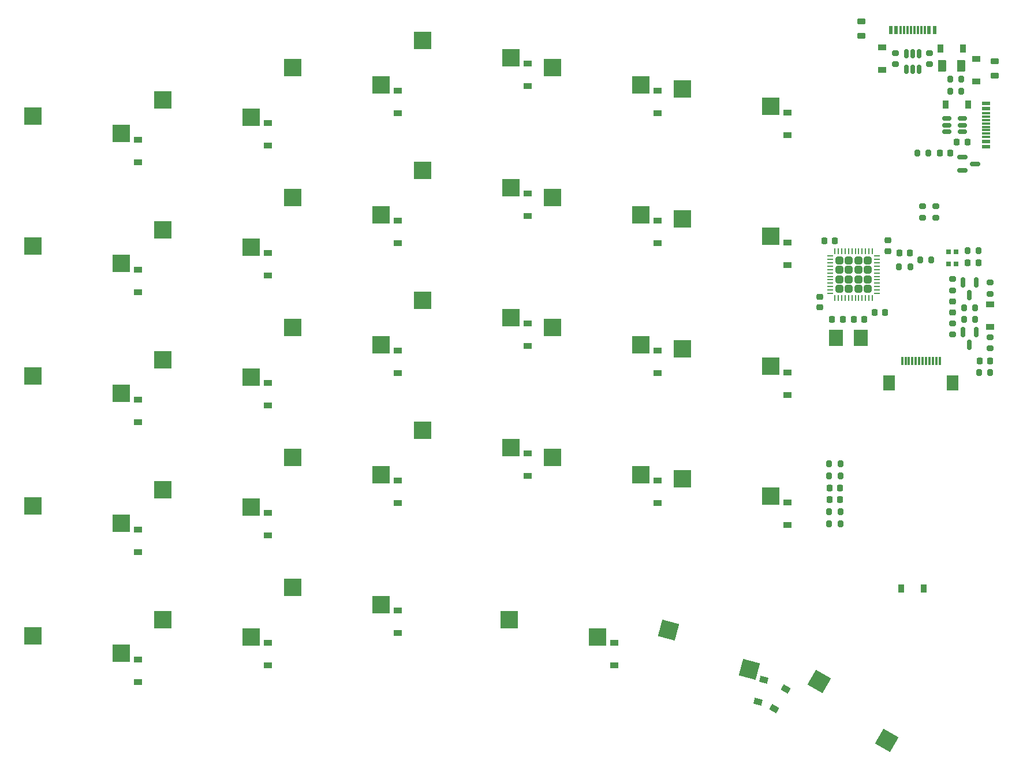
<source format=gbr>
G04 #@! TF.GenerationSoftware,KiCad,Pcbnew,(6.0.2)*
G04 #@! TF.CreationDate,2022-05-21T05:00:10+01:00*
G04 #@! TF.ProjectId,Cantaloupe,43616e74-616c-46f7-9570-652e6b696361,rev?*
G04 #@! TF.SameCoordinates,Original*
G04 #@! TF.FileFunction,Paste,Top*
G04 #@! TF.FilePolarity,Positive*
%FSLAX46Y46*%
G04 Gerber Fmt 4.6, Leading zero omitted, Abs format (unit mm)*
G04 Created by KiCad (PCBNEW (6.0.2)) date 2022-05-21 05:00:10*
%MOMM*%
%LPD*%
G01*
G04 APERTURE LIST*
G04 Aperture macros list*
%AMRoundRect*
0 Rectangle with rounded corners*
0 $1 Rounding radius*
0 $2 $3 $4 $5 $6 $7 $8 $9 X,Y pos of 4 corners*
0 Add a 4 corners polygon primitive as box body*
4,1,4,$2,$3,$4,$5,$6,$7,$8,$9,$2,$3,0*
0 Add four circle primitives for the rounded corners*
1,1,$1+$1,$2,$3*
1,1,$1+$1,$4,$5*
1,1,$1+$1,$6,$7*
1,1,$1+$1,$8,$9*
0 Add four rect primitives between the rounded corners*
20,1,$1+$1,$2,$3,$4,$5,0*
20,1,$1+$1,$4,$5,$6,$7,0*
20,1,$1+$1,$6,$7,$8,$9,0*
20,1,$1+$1,$8,$9,$2,$3,0*%
%AMRotRect*
0 Rectangle, with rotation*
0 The origin of the aperture is its center*
0 $1 length*
0 $2 width*
0 $3 Rotation angle, in degrees counterclockwise*
0 Add horizontal line*
21,1,$1,$2,0,0,$3*%
G04 Aperture macros list end*
%ADD10RoundRect,0.225000X0.225000X0.250000X-0.225000X0.250000X-0.225000X-0.250000X0.225000X-0.250000X0*%
%ADD11RoundRect,0.250000X0.315000X-0.315000X0.315000X0.315000X-0.315000X0.315000X-0.315000X-0.315000X0*%
%ADD12RoundRect,0.062500X0.062500X-0.375000X0.062500X0.375000X-0.062500X0.375000X-0.062500X-0.375000X0*%
%ADD13RoundRect,0.062500X0.375000X-0.062500X0.375000X0.062500X-0.375000X0.062500X-0.375000X-0.062500X0*%
%ADD14R,2.000000X2.400000*%
%ADD15R,1.200000X0.900000*%
%ADD16R,0.900000X1.200000*%
%ADD17RotRect,0.900000X1.200000X60.000000*%
%ADD18RotRect,0.900000X1.200000X75.000000*%
%ADD19RoundRect,0.225000X-0.225000X-0.250000X0.225000X-0.250000X0.225000X0.250000X-0.225000X0.250000X0*%
%ADD20RoundRect,0.225000X-0.250000X0.225000X-0.250000X-0.225000X0.250000X-0.225000X0.250000X0.225000X0*%
%ADD21RotRect,2.550000X2.500000X165.000000*%
%ADD22RotRect,2.550000X2.500000X150.000000*%
%ADD23R,2.550000X2.500000*%
%ADD24RoundRect,0.225000X0.250000X-0.225000X0.250000X0.225000X-0.250000X0.225000X-0.250000X-0.225000X0*%
%ADD25R,0.600000X1.200000*%
%ADD26R,0.300000X1.200000*%
%ADD27R,1.200000X0.600000*%
%ADD28R,1.200000X0.300000*%
%ADD29RoundRect,0.200000X-0.200000X-0.275000X0.200000X-0.275000X0.200000X0.275000X-0.200000X0.275000X0*%
%ADD30RoundRect,0.200000X0.200000X0.275000X-0.200000X0.275000X-0.200000X-0.275000X0.200000X-0.275000X0*%
%ADD31RoundRect,0.150000X-0.512500X-0.150000X0.512500X-0.150000X0.512500X0.150000X-0.512500X0.150000X0*%
%ADD32RoundRect,0.200000X0.275000X-0.200000X0.275000X0.200000X-0.275000X0.200000X-0.275000X-0.200000X0*%
%ADD33RoundRect,0.150000X-0.587500X-0.150000X0.587500X-0.150000X0.587500X0.150000X-0.587500X0.150000X0*%
%ADD34RoundRect,0.200000X-0.275000X0.200000X-0.275000X-0.200000X0.275000X-0.200000X0.275000X0.200000X0*%
%ADD35RoundRect,0.218750X-0.381250X0.218750X-0.381250X-0.218750X0.381250X-0.218750X0.381250X0.218750X0*%
%ADD36RoundRect,0.150000X-0.150000X0.587500X-0.150000X-0.587500X0.150000X-0.587500X0.150000X0.587500X0*%
%ADD37RoundRect,0.150000X-0.150000X0.512500X-0.150000X-0.512500X0.150000X-0.512500X0.150000X0.512500X0*%
%ADD38R,0.700000X0.700000*%
%ADD39RoundRect,0.250000X0.375000X0.625000X-0.375000X0.625000X-0.375000X-0.625000X0.375000X-0.625000X0*%
%ADD40RoundRect,0.218750X0.381250X-0.218750X0.381250X0.218750X-0.381250X0.218750X-0.381250X-0.218750X0*%
%ADD41R,0.300000X1.300000*%
%ADD42R,1.800000X2.200000*%
G04 APERTURE END LIST*
D10*
X143179078Y-62067009D03*
X141629078Y-62067009D03*
D11*
X136438503Y-57267009D03*
X136438503Y-54467009D03*
X137838503Y-54467009D03*
X139238503Y-55867009D03*
X140638503Y-58667009D03*
X139238503Y-57267009D03*
X140638503Y-57267009D03*
X136438503Y-55867009D03*
X140638503Y-55867009D03*
X140638503Y-54467009D03*
X137838503Y-57267009D03*
X137838503Y-58667009D03*
X139238503Y-58667009D03*
X136438503Y-58667009D03*
X137838503Y-55867009D03*
X139238503Y-54467009D03*
D12*
X135788503Y-60004509D03*
X136288503Y-60004509D03*
X136788503Y-60004509D03*
X137288503Y-60004509D03*
X137788503Y-60004509D03*
X138288503Y-60004509D03*
X138788503Y-60004509D03*
X139288503Y-60004509D03*
X139788503Y-60004509D03*
X140288503Y-60004509D03*
X140788503Y-60004509D03*
X141288503Y-60004509D03*
D13*
X141976003Y-59317009D03*
X141976003Y-58817009D03*
X141976003Y-58317009D03*
X141976003Y-57817009D03*
X141976003Y-57317009D03*
X141976003Y-56817009D03*
X141976003Y-56317009D03*
X141976003Y-55817009D03*
X141976003Y-55317009D03*
X141976003Y-54817009D03*
X141976003Y-54317009D03*
X141976003Y-53817009D03*
D12*
X141288503Y-53129509D03*
X140788503Y-53129509D03*
X140288503Y-53129509D03*
X139788503Y-53129509D03*
X139288503Y-53129509D03*
X138788503Y-53129509D03*
X138288503Y-53129509D03*
X137788503Y-53129509D03*
X137288503Y-53129509D03*
X136788503Y-53129509D03*
X136288503Y-53129509D03*
X135788503Y-53129509D03*
D13*
X135101003Y-53817009D03*
X135101003Y-54317009D03*
X135101003Y-54817009D03*
X135101003Y-55317009D03*
X135101003Y-55817009D03*
X135101003Y-56317009D03*
X135101003Y-56817009D03*
X135101003Y-57317009D03*
X135101003Y-57817009D03*
X135101003Y-58317009D03*
X135101003Y-58817009D03*
X135101003Y-59317009D03*
D10*
X140129078Y-63097012D03*
X138579078Y-63097012D03*
D14*
X135904078Y-65847012D03*
X139604078Y-65847012D03*
D15*
X128813518Y-74183999D03*
X128813518Y-70883999D03*
D16*
X145543078Y-102567012D03*
X148843078Y-102567012D03*
D15*
X52613518Y-75771503D03*
X52613518Y-72471503D03*
D17*
X126895380Y-120174444D03*
X128545380Y-117316560D03*
D15*
X103413514Y-113871500D03*
X103413514Y-110571500D03*
X109763519Y-90058992D03*
X109763519Y-86758992D03*
X71663517Y-90059002D03*
X71663517Y-86759002D03*
X52613520Y-94821500D03*
X52613520Y-91521500D03*
X90713516Y-67040243D03*
X90713516Y-63740243D03*
X128813523Y-93233994D03*
X128813523Y-89933994D03*
X71663516Y-109109001D03*
X71663516Y-105809001D03*
X52613514Y-56721498D03*
X52613514Y-53421498D03*
X90713523Y-86090253D03*
X90713523Y-82790253D03*
X52613511Y-113871498D03*
X52613511Y-110571498D03*
X128813516Y-55134003D03*
X128813516Y-51834003D03*
X33563516Y-116252751D03*
X33563516Y-112952751D03*
X71663517Y-71008996D03*
X71663517Y-67708996D03*
X33563515Y-97202750D03*
X33563515Y-93902750D03*
X109763514Y-71008988D03*
X109763514Y-67708988D03*
X33563525Y-78152749D03*
X33563525Y-74852749D03*
D18*
X124505911Y-119138036D03*
X125360013Y-115950480D03*
D15*
X90713521Y-47990247D03*
X90713521Y-44690247D03*
X71663522Y-51958998D03*
X71663522Y-48658998D03*
X109763514Y-51958998D03*
X109763514Y-48658998D03*
X109763514Y-32908998D03*
X109763514Y-29608998D03*
X90713513Y-28940251D03*
X90713513Y-25640251D03*
X33563516Y-59102745D03*
X33563516Y-55802745D03*
X128813520Y-36084001D03*
X128813520Y-32784001D03*
X71663510Y-32909000D03*
X71663510Y-29609000D03*
X33563515Y-40052747D03*
X33563515Y-36752747D03*
X52613514Y-37671501D03*
X52613514Y-34371501D03*
D19*
X135013503Y-89567009D03*
X136563503Y-89567009D03*
D20*
X133582503Y-59792009D03*
X133582503Y-61342009D03*
D19*
X135013503Y-87817009D03*
X136563503Y-87817009D03*
D10*
X135813503Y-51567009D03*
X134263503Y-51567009D03*
D21*
X111404383Y-108660084D03*
X123233506Y-114459289D03*
D22*
X133449961Y-116187589D03*
X143375071Y-124850793D03*
D23*
X18196511Y-33322748D03*
X31123511Y-35862748D03*
D24*
X143538503Y-53092009D03*
X143538503Y-51542009D03*
D23*
X94396514Y-83328990D03*
X107323514Y-85868990D03*
X113446499Y-86504011D03*
X126373499Y-89044011D03*
X56296504Y-83329002D03*
X69223504Y-85869002D03*
X75346504Y-79360249D03*
X88273504Y-81900249D03*
X18196519Y-109522754D03*
X31123519Y-112062754D03*
X94396499Y-45228999D03*
X107323499Y-47768999D03*
X113446509Y-48404005D03*
X126373509Y-50944005D03*
X18196511Y-71422757D03*
X31123511Y-73962757D03*
X37246518Y-69041487D03*
X50173518Y-71581487D03*
X56296504Y-64278989D03*
X69223504Y-66818989D03*
X94396517Y-64279014D03*
X107323517Y-66819014D03*
X75346502Y-60310254D03*
X88273502Y-62850254D03*
X113446506Y-67454002D03*
X126373506Y-69994002D03*
X18196521Y-90472756D03*
X31123521Y-93012756D03*
X37246505Y-88091499D03*
X50173505Y-90631499D03*
X37246498Y-107141502D03*
X50173498Y-109681502D03*
X56296508Y-102378999D03*
X69223508Y-104918999D03*
X88046507Y-107141498D03*
X100973507Y-109681498D03*
D25*
X143993078Y-20683417D03*
X150393078Y-20683417D03*
X144793078Y-20683417D03*
X149593078Y-20683417D03*
D26*
X148443078Y-20683417D03*
X147443078Y-20683417D03*
X146943078Y-20683417D03*
X145943078Y-20683417D03*
X145443078Y-20683417D03*
X146443078Y-20683417D03*
X147943078Y-20683417D03*
X148943078Y-20683417D03*
D27*
X157998503Y-37833417D03*
X157998503Y-31433417D03*
X157998503Y-32233417D03*
X157998503Y-37033417D03*
D28*
X157998503Y-35883417D03*
X157998503Y-34883417D03*
X157998503Y-34383417D03*
X157998503Y-33383417D03*
X157998503Y-32883417D03*
X157998503Y-33883417D03*
X157998503Y-35383417D03*
X157998503Y-36383417D03*
D23*
X56296507Y-26179007D03*
X69223507Y-28719007D03*
X18196513Y-52372742D03*
X31123513Y-54912742D03*
X56296502Y-45229002D03*
X69223502Y-47769002D03*
X94396507Y-26178993D03*
X107323507Y-28718993D03*
X75346509Y-41260246D03*
X88273509Y-43800246D03*
X75346510Y-22210244D03*
X88273510Y-24750244D03*
X37246500Y-30941501D03*
X50173500Y-33481501D03*
X37246505Y-49991507D03*
X50173505Y-52531507D03*
X113446503Y-29354012D03*
X126373503Y-31894012D03*
D29*
X134963503Y-84317009D03*
X136613503Y-84317009D03*
D30*
X136613503Y-91317009D03*
X134963503Y-91317009D03*
D29*
X134963503Y-93067009D03*
X136613503Y-93067009D03*
D30*
X136613503Y-86067009D03*
X134963503Y-86067009D03*
D19*
X135379078Y-63097012D03*
X136929078Y-63097012D03*
D31*
X152211003Y-33683417D03*
X152211003Y-34633417D03*
X152211003Y-35583417D03*
X154486003Y-35583417D03*
X154486003Y-34633417D03*
X154486003Y-33683417D03*
D10*
X146813503Y-53383417D03*
X145263503Y-53383417D03*
D29*
X145213503Y-55383417D03*
X146863503Y-55383417D03*
X148305506Y-54383416D03*
X149955506Y-54383416D03*
D30*
X149518078Y-38733417D03*
X147868078Y-38733417D03*
D32*
X158538503Y-59358417D03*
X158538503Y-57708417D03*
D30*
X156867281Y-53058417D03*
X155217281Y-53058417D03*
X156363503Y-61383417D03*
X154713503Y-61383417D03*
D19*
X153668078Y-37133417D03*
X155218078Y-37133417D03*
D32*
X153038503Y-58877168D03*
X153038503Y-57227168D03*
D33*
X154505578Y-39367009D03*
X154505578Y-41267009D03*
X156380578Y-40317009D03*
D34*
X153038503Y-63708417D03*
X153038503Y-65358417D03*
D35*
X159198503Y-25284512D03*
X159198503Y-27409512D03*
D32*
X149693078Y-25733417D03*
X149693078Y-24083417D03*
D36*
X156488503Y-57695917D03*
X154588503Y-57695917D03*
X155538503Y-59570917D03*
D16*
X152043078Y-31658417D03*
X155343078Y-31658417D03*
D37*
X148143078Y-24189917D03*
X147193078Y-24189917D03*
X146243078Y-24189917D03*
X146243078Y-26464917D03*
X147193078Y-26464917D03*
X148143078Y-26464917D03*
D15*
X142693078Y-26558417D03*
X142693078Y-23258417D03*
D36*
X156488503Y-64945917D03*
X154588503Y-64945917D03*
X155538503Y-66820917D03*
D10*
X152718078Y-38733417D03*
X151168078Y-38733417D03*
D38*
X153588503Y-55012012D03*
X152488503Y-55012012D03*
X152488503Y-53182012D03*
X153588503Y-53182012D03*
D30*
X158588502Y-70933418D03*
X156938502Y-70933418D03*
D20*
X153038503Y-60533417D03*
X153038503Y-62083417D03*
D15*
X158538503Y-64183417D03*
X158538503Y-60883417D03*
D39*
X154343078Y-25908417D03*
X151543078Y-25908417D03*
D30*
X154348078Y-29658417D03*
X152698078Y-29658417D03*
D34*
X150629503Y-46564417D03*
X150629503Y-48214417D03*
D16*
X151293078Y-23408417D03*
X154593078Y-23408417D03*
D29*
X152698078Y-27908417D03*
X154348078Y-27908417D03*
D10*
X158538503Y-69183418D03*
X156988503Y-69183418D03*
D29*
X154713503Y-63133417D03*
X156363503Y-63133417D03*
D15*
X156538503Y-28217009D03*
X156538503Y-24917009D03*
D32*
X158538503Y-67358417D03*
X158538503Y-65708417D03*
D40*
X139693078Y-21545917D03*
X139693078Y-19420917D03*
D34*
X148629503Y-46564417D03*
X148629503Y-48214417D03*
D32*
X144693078Y-25733417D03*
X144693078Y-24083417D03*
D10*
X156817281Y-54808417D03*
X155267281Y-54808417D03*
D41*
X145654078Y-69197012D03*
X146154078Y-69197012D03*
X146654078Y-69197012D03*
X147154078Y-69197012D03*
X147654078Y-69197012D03*
X148154078Y-69197012D03*
X148654078Y-69197012D03*
X149154078Y-69197012D03*
X149654078Y-69197012D03*
X150154078Y-69197012D03*
X150654078Y-69197012D03*
X151154078Y-69197012D03*
D42*
X143754078Y-72447012D03*
X153054078Y-72447012D03*
M02*

</source>
